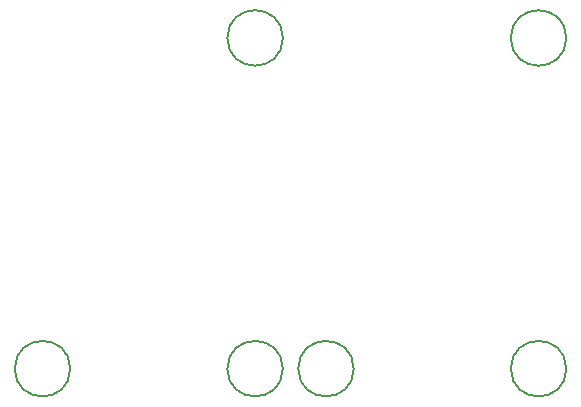
<source format=gbr>
%TF.GenerationSoftware,KiCad,Pcbnew,7.0.10*%
%TF.CreationDate,2025-01-30T23:55:36+01:00*%
%TF.ProjectId,DoublePanel_MouseBites,446f7562-6c65-4506-916e-656c5f4d6f75,rev?*%
%TF.SameCoordinates,Original*%
%TF.FileFunction,Other,Comment*%
%FSLAX46Y46*%
G04 Gerber Fmt 4.6, Leading zero omitted, Abs format (unit mm)*
G04 Created by KiCad (PCBNEW 7.0.10) date 2025-01-30 23:55:36*
%MOMM*%
%LPD*%
G01*
G04 APERTURE LIST*
%ADD10C,0.150000*%
G04 APERTURE END LIST*
D10*
%TO.C,H1*%
X171850000Y-23000000D02*
G75*
G03*
X167150000Y-23000000I-2350000J0D01*
G01*
X167150000Y-23000000D02*
G75*
G03*
X171850000Y-23000000I2350000J0D01*
G01*
%TO.C,H2*%
X129850000Y-51000000D02*
G75*
G03*
X125150000Y-51000000I-2350000J0D01*
G01*
X125150000Y-51000000D02*
G75*
G03*
X129850000Y-51000000I2350000J0D01*
G01*
%TO.C,H3*%
X171850000Y-51000000D02*
G75*
G03*
X167150000Y-51000000I-2350000J0D01*
G01*
X167150000Y-51000000D02*
G75*
G03*
X171850000Y-51000000I2350000J0D01*
G01*
%TO.C,H2*%
X153850000Y-51000000D02*
G75*
G03*
X149150000Y-51000000I-2350000J0D01*
G01*
X149150000Y-51000000D02*
G75*
G03*
X153850000Y-51000000I2350000J0D01*
G01*
%TO.C,H3*%
X147850000Y-51000000D02*
G75*
G03*
X143150000Y-51000000I-2350000J0D01*
G01*
X143150000Y-51000000D02*
G75*
G03*
X147850000Y-51000000I2350000J0D01*
G01*
%TO.C,H1*%
X147850000Y-23000000D02*
G75*
G03*
X143150000Y-23000000I-2350000J0D01*
G01*
X143150000Y-23000000D02*
G75*
G03*
X147850000Y-23000000I2350000J0D01*
G01*
%TD*%
M02*

</source>
